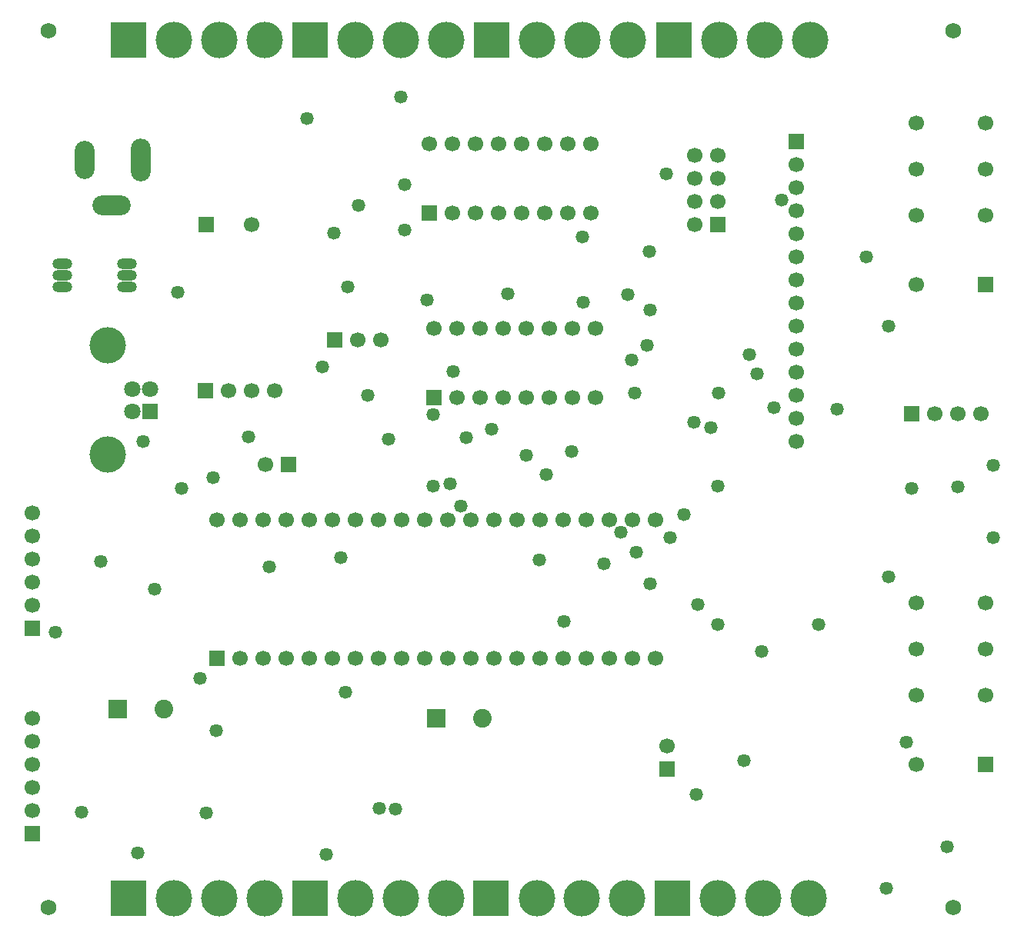
<source format=gbs>
%FSLAX42Y42*%
%MOMM*%
G71*
G01*
G75*
G04 Layer_Color=16711935*
%ADD10R,1.10X1.40*%
%ADD11O,2.20X0.60*%
%ADD12R,1.10X1.70*%
%ADD13R,1.40X6.70*%
%ADD14C,0.64*%
%ADD15C,0.55*%
%ADD16C,0.30*%
%ADD17C,3.81*%
%ADD18R,3.81X3.81*%
%ADD19R,1.85X1.85*%
%ADD20C,1.85*%
%ADD21C,1.50*%
%ADD22R,1.50X1.50*%
%ADD23R,1.50X1.50*%
%ADD24O,2.00X1.00*%
%ADD25O,2.00X1.00*%
%ADD26C,1.52*%
%ADD27C,3.80*%
%ADD28R,1.60X1.60*%
%ADD29C,1.60*%
%ADD30C,1.50*%
%ADD31R,1.50X1.50*%
%ADD32R,1.50X1.50*%
%ADD33O,2.00X4.50*%
%ADD34O,2.00X4.00*%
%ADD35O,4.00X2.00*%
%ADD36C,1.27*%
%ADD37C,0.25*%
%ADD38C,0.20*%
%ADD39C,0.60*%
%ADD40C,0.25*%
%ADD41C,0.20*%
%ADD42C,0.15*%
%ADD43R,1.30X1.60*%
%ADD44O,2.40X0.80*%
%ADD45R,1.30X1.90*%
%ADD46R,1.60X6.90*%
%ADD47C,4.01*%
%ADD48R,4.01X4.01*%
%ADD49R,2.05X2.05*%
%ADD50C,2.05*%
%ADD51C,1.70*%
%ADD52R,1.70X1.70*%
%ADD53R,1.70X1.70*%
%ADD54O,2.20X1.20*%
%ADD55O,2.20X1.20*%
%ADD56C,1.73*%
%ADD57C,4.00*%
%ADD58R,1.80X1.80*%
%ADD59C,1.80*%
%ADD60C,1.70*%
%ADD61R,1.70X1.70*%
%ADD62R,1.70X1.70*%
%ADD63O,2.20X4.70*%
%ADD64O,2.20X4.20*%
%ADD65O,4.20X2.20*%
%ADD66C,1.47*%
D47*
X27061Y16815D02*
D03*
X27559D02*
D03*
X28059D02*
D03*
X25065D02*
D03*
X25563D02*
D03*
X26063D02*
D03*
X27069Y26264D02*
D03*
X27567D02*
D03*
X28067D02*
D03*
X25065D02*
D03*
X25563D02*
D03*
X26063D02*
D03*
X23068D02*
D03*
X23566D02*
D03*
X24066D02*
D03*
X30071D02*
D03*
X29571D02*
D03*
X29073D02*
D03*
X29058Y16815D02*
D03*
X29555D02*
D03*
X30056D02*
D03*
X24066D02*
D03*
X23566D02*
D03*
X23068D02*
D03*
D48*
X26561D02*
D03*
X24564D02*
D03*
X26568Y26264D02*
D03*
X24564D02*
D03*
X22568D02*
D03*
X28572D02*
D03*
X28557Y16815D02*
D03*
X22568D02*
D03*
D49*
X25959Y18796D02*
D03*
X22454Y18898D02*
D03*
D50*
X26467Y18796D02*
D03*
X22962Y18898D02*
D03*
D51*
X28804Y24994D02*
D03*
Y24740D02*
D03*
Y24486D02*
D03*
Y24232D02*
D03*
X29058Y24994D02*
D03*
Y24740D02*
D03*
Y24486D02*
D03*
X23923Y24232D02*
D03*
X31953Y22149D02*
D03*
X31699D02*
D03*
X31445D02*
D03*
X25349Y22962D02*
D03*
X25095D02*
D03*
X21509Y18796D02*
D03*
Y18542D02*
D03*
Y18288D02*
D03*
Y18034D02*
D03*
Y17780D02*
D03*
X29921Y24892D02*
D03*
Y24638D02*
D03*
Y24384D02*
D03*
Y24130D02*
D03*
Y23876D02*
D03*
Y23622D02*
D03*
Y23368D02*
D03*
Y23114D02*
D03*
Y22860D02*
D03*
Y22606D02*
D03*
Y22352D02*
D03*
Y22098D02*
D03*
Y21844D02*
D03*
X21509Y21059D02*
D03*
Y20805D02*
D03*
Y20551D02*
D03*
Y20297D02*
D03*
Y20043D02*
D03*
X24181Y22403D02*
D03*
X23927D02*
D03*
X23673D02*
D03*
X28372Y20980D02*
D03*
X28118D02*
D03*
X27864D02*
D03*
X27610D02*
D03*
X27356D02*
D03*
X27102D02*
D03*
X26848D02*
D03*
X26594D02*
D03*
X26340D02*
D03*
X26086D02*
D03*
X25832D02*
D03*
X25578D02*
D03*
X25324D02*
D03*
X25070D02*
D03*
X24816D02*
D03*
X24562D02*
D03*
X24308D02*
D03*
X24054D02*
D03*
X23800D02*
D03*
X23546D02*
D03*
X28372Y19456D02*
D03*
X28118D02*
D03*
X27864D02*
D03*
X27610D02*
D03*
X27356D02*
D03*
X27102D02*
D03*
X26848D02*
D03*
X26594D02*
D03*
X26340D02*
D03*
X26086D02*
D03*
X25832D02*
D03*
X25578D02*
D03*
X25324D02*
D03*
X25070D02*
D03*
X24816D02*
D03*
X24562D02*
D03*
X24308D02*
D03*
X24054D02*
D03*
X23800D02*
D03*
X22086Y24843D02*
D03*
Y25043D02*
D03*
X22486Y24443D02*
D03*
X22286D02*
D03*
X24079Y21590D02*
D03*
X28499Y18491D02*
D03*
D52*
X29058Y24232D02*
D03*
X21509Y17526D02*
D03*
X29921Y25146D02*
D03*
X21509Y19789D02*
D03*
X23546Y19456D02*
D03*
X28499Y18237D02*
D03*
D53*
X23423Y24232D02*
D03*
X31191Y22149D02*
D03*
X24841Y22962D02*
D03*
X23419Y22403D02*
D03*
X24333Y21590D02*
D03*
D54*
X22555Y23800D02*
D03*
X21844D02*
D03*
D55*
X22555Y23673D02*
D03*
Y23546D02*
D03*
X21844D02*
D03*
Y23673D02*
D03*
D56*
X31648Y26365D02*
D03*
X21692D02*
D03*
Y16713D02*
D03*
X31648D02*
D03*
D57*
X22337Y21699D02*
D03*
Y22903D02*
D03*
D58*
X22808Y22176D02*
D03*
D59*
Y22426D02*
D03*
X22608Y22176D02*
D03*
Y22426D02*
D03*
D60*
X31242Y20066D02*
D03*
Y19558D02*
D03*
Y19050D02*
D03*
Y18288D02*
D03*
X32004Y19050D02*
D03*
Y19558D02*
D03*
Y20066D02*
D03*
X31242Y25349D02*
D03*
Y24841D02*
D03*
Y24333D02*
D03*
Y23571D02*
D03*
X32004Y24333D02*
D03*
Y24841D02*
D03*
Y25349D02*
D03*
X27661Y25121D02*
D03*
X27407D02*
D03*
X27153D02*
D03*
X26899D02*
D03*
X26645D02*
D03*
X26391D02*
D03*
X26137D02*
D03*
X25883D02*
D03*
X27661Y24359D02*
D03*
X27407D02*
D03*
X27153D02*
D03*
X26899D02*
D03*
X26645D02*
D03*
X26391D02*
D03*
X26137D02*
D03*
X22706Y25068D02*
D03*
Y24818D02*
D03*
X26187Y22327D02*
D03*
X26441D02*
D03*
X26695D02*
D03*
X26949D02*
D03*
X27203D02*
D03*
X27457D02*
D03*
X27711D02*
D03*
X25933Y23089D02*
D03*
X26187D02*
D03*
X26441D02*
D03*
X26695D02*
D03*
X26949D02*
D03*
X27203D02*
D03*
X27457D02*
D03*
X27711D02*
D03*
D61*
X32004Y18288D02*
D03*
Y23571D02*
D03*
D62*
X25883Y24359D02*
D03*
X25933Y22327D02*
D03*
D63*
X22706Y24943D02*
D03*
D64*
X22086D02*
D03*
D65*
X22386Y24443D02*
D03*
D66*
X24979Y23546D02*
D03*
X24829Y24140D02*
D03*
X22675Y17318D02*
D03*
X26223Y21135D02*
D03*
X26111Y21377D02*
D03*
X31697Y21349D02*
D03*
X24955Y19088D02*
D03*
X28110Y22741D02*
D03*
X31189Y21328D02*
D03*
X26563Y21981D02*
D03*
X23154Y21326D02*
D03*
X26949Y21692D02*
D03*
X24742Y17297D02*
D03*
X28301Y23937D02*
D03*
X29670Y22222D02*
D03*
X29065Y22377D02*
D03*
X25202Y22352D02*
D03*
X25611Y24171D02*
D03*
X28306Y20282D02*
D03*
X30366Y22202D02*
D03*
X29541Y19534D02*
D03*
X30686Y23876D02*
D03*
X29483Y22587D02*
D03*
X29053Y21354D02*
D03*
Y19830D02*
D03*
X30168D02*
D03*
X31580Y17386D02*
D03*
X28067Y23465D02*
D03*
X31130Y18539D02*
D03*
X28313Y23297D02*
D03*
X27363Y19863D02*
D03*
X27170Y21481D02*
D03*
X24701Y22670D02*
D03*
X23498Y21448D02*
D03*
X21763Y19746D02*
D03*
X24115Y20467D02*
D03*
X23360Y19235D02*
D03*
X23533Y18664D02*
D03*
X24910Y20566D02*
D03*
X28682Y21042D02*
D03*
X27092Y20544D02*
D03*
X27986Y20846D02*
D03*
X30932Y20353D02*
D03*
Y23114D02*
D03*
X28157Y20629D02*
D03*
X27805Y20503D02*
D03*
X28832Y20050D02*
D03*
X29759Y24506D02*
D03*
X29403Y22799D02*
D03*
X28532Y20792D02*
D03*
X32088Y21587D02*
D03*
Y20790D02*
D03*
X24531Y25405D02*
D03*
X28491Y24793D02*
D03*
X25926Y22139D02*
D03*
Y21354D02*
D03*
X25428Y21874D02*
D03*
X26741Y23470D02*
D03*
X23114Y23490D02*
D03*
X28275Y22906D02*
D03*
X27569Y23376D02*
D03*
X28976Y22001D02*
D03*
X25855Y23401D02*
D03*
X26144Y22619D02*
D03*
X28143Y22382D02*
D03*
X22855Y20223D02*
D03*
X22268Y20522D02*
D03*
X25611Y24671D02*
D03*
X30909Y16927D02*
D03*
X29342Y18331D02*
D03*
X28819Y17963D02*
D03*
X26289Y21892D02*
D03*
X23886Y21900D02*
D03*
X25103Y24442D02*
D03*
X22728Y21844D02*
D03*
X22050Y17767D02*
D03*
X23421Y17757D02*
D03*
X28796Y22055D02*
D03*
X25507Y17795D02*
D03*
X27564Y24100D02*
D03*
X25563Y25641D02*
D03*
X25329Y17810D02*
D03*
X27449Y21737D02*
D03*
M02*

</source>
